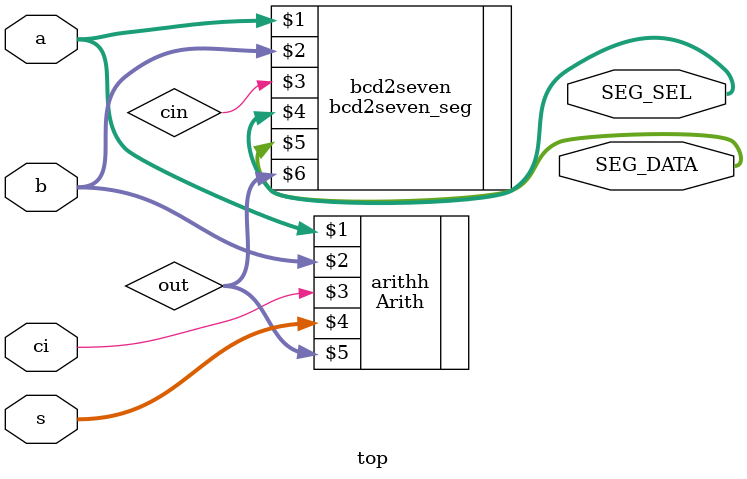
<source format=v>
`timescale 1ns / 1ps


module top(a,b,ci,s,SEG_SEL,SEG_DATA);

input [1:0]a;
input[1:0]b;
input ci;
input [1:0]s;
wire [3:0] out;
output [4:0]SEG_SEL;
output [7:0]SEG_DATA;
Arith arithh(a,b,ci,s,out);
bcd2seven_seg bcd2seven(a,b,cin,SEG_SEL,SEG_DATA,out);


endmodule

</source>
